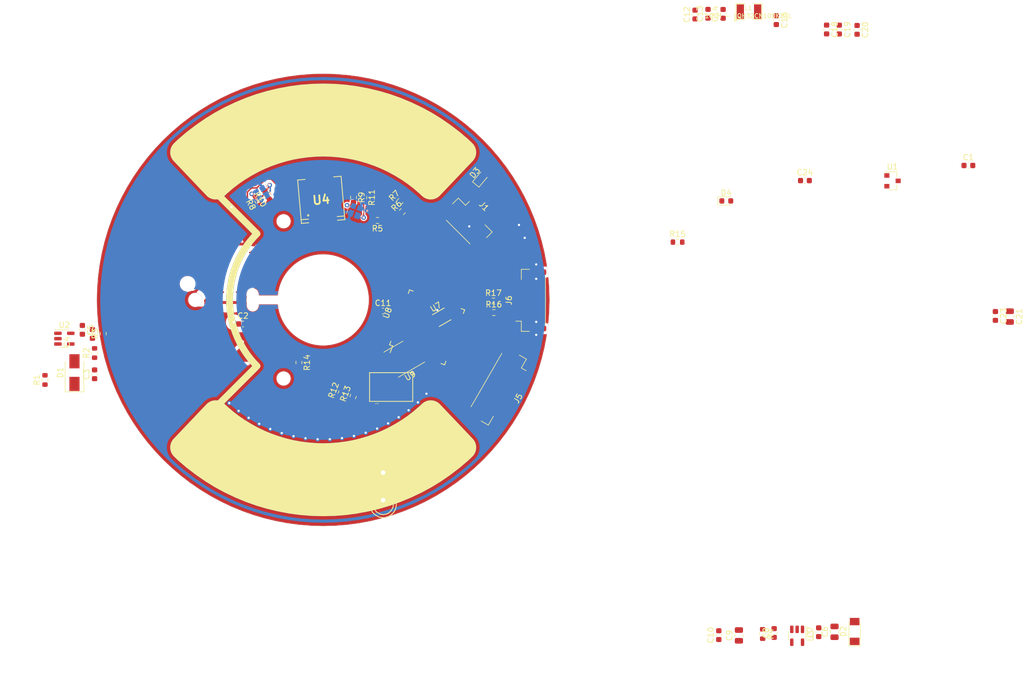
<source format=kicad_pcb>
(kicad_pcb (version 20210424) (generator pcbnew)
  (layers (0 "F.Cu" signal) (31 "B.Cu" signal) (34 "B.Paste" user) (35 "F.Paste" user) (36 "B.SilkS" user "B.Silkscreen") (37 "F.SilkS" user "F.Silkscreen") (38 "B.Mask" user) (39 "F.Mask" user) (44 "Edge.Cuts" user))
  (net 0 "")
  (net 1 "/REF_1V25")
  (net 2 "GND")
  (net 3 "/STATOR")
  (net 4 "Net-(C2-Pad2)")
  (net 5 "Net-(C4-Pad1)")
  (net 6 "/PA0")
  (net 7 "+3.3VP")
  (net 8 "+5V")
  (net 9 "+3V3")
  (net 10 "Net-(C15-Pad1)")
  (net 11 "/CPU/AVCC")
  (net 12 "Net-(C17-Pad1)")
  (net 13 "Net-(C21-Pad1)")
  (net 14 "/CPU/RST#_P")
  (net 15 "Net-(D3-Pad1)")
  (net 16 "Net-(D4-Pad2)")
  (net 17 "/tachometer/SCL")
  (net 18 "/tachometer/SDA")
  (net 19 "/CPU/PB6")
  (net 20 "/CPU/PB7")
  (net 21 "/CPU/PB5")
  (net 22 "/CPU/TIMEPULSE")
  (net 29 "Net-(J6-Pad2)")
  (net 30 "Net-(J6-Pad3)")
  (net 33 "Net-(R5-Pad2)")
  (net 34 "Net-(R8-Pad2)")
  (net 35 "Net-(R9-Pad2)")
  (net 36 "/tachometer/COUNT_1")
  (net 37 "/tachometer/COUNT_2")
  (net 38 "/CPU/PC1")
  (net 39 "/CPU/PC0")
  (net 40 "/CPU/LED")
  (net 41 "/CPU/RX0")
  (net 42 "/CPU/TX0")
  (net 54 "/CPU/COUNT_2")
  (net 63 "/CPU/PA1")
  (net 64 "/CPU/PA0")
  (footprint "Mlab_IO:SOT176-1" (layer "F.Cu") (at 142.1568 74.806 5)
    (fp_text reference "U4")
    (fp_text value "PCF8583" hide)
  )
  (footprint "Resistor_SMD:R_0603_1608Metric" (layer "F.Cu") (at 172.6438 94.742)
    (fp_text reference "R16")
    (fp_text value "33R")
  )
  (footprint "Capacitor_SMD:C_0603_1608Metric" (layer "F.Cu") (at 213.1568 41.923 90)
    (fp_text reference "C14")
    (fp_text value "100nF")
  )
  (footprint "Capacitor_SMD:C_0805_2012Metric" (layer "F.Cu") (at 232.8418 151.191 90)
    (fp_text reference "C6")
    (fp_text value "10uF")
  )
  (footprint "Resistor_SMD:R_0603_1608Metric" (layer "F.Cu") (at 147.856797 74.381001 -90)
    (fp_text reference "R9")
    (fp_text value "100R")
  )
  (footprint "Resistor_SMD:R_0603_1608Metric" (layer "F.Cu") (at 103.6308 98.468 90)
    (fp_text reference "R3")
    (fp_text value "10k")
  )
  (footprint "Resistor_SMD:R_0603_1608Metric" (layer "F.Cu") (at 93.3438 106.658 90)
    (fp_text reference "R1")
    (fp_text value "10M")
  )
  (footprint "LED_SMD:LED_0603_1608Metric" (layer "F.Cu") (at 213.7178 75.002)
    (fp_text reference "D4")
    (fp_text value "RED")
  )
  (footprint "Resistor_SMD:R_0603_1608Metric" (layer "F.Cu") (at 130.9568 74.956 120)
    (fp_text reference "R8")
    (fp_text value "100R")
  )
  (footprint "Capacitor_SMD:C_0603_1608Metric" (layer "F.Cu") (at 212.3948 151.778 90)
    (fp_text reference "C10")
    (fp_text value "100nF")
  )
  (footprint "Resistor_SMD:R_0603_1608Metric" (layer "F.Cu") (at 152.0818 78.456 180)
    (fp_text reference "R5")
    (fp_text value "?")
  )
  (footprint "Capacitor_SMD:C_0805_2012Metric" (layer "F.Cu") (at 215.9508 151.826 90)
    (fp_text reference "C9")
    (fp_text value "10uF")
  )
  (footprint "Capacitor_SMD:C_0805_2012Metric" (layer "F.Cu") (at 263.8044 95.4532 -90)
    (fp_text reference "C21")
    (fp_text value "10uF")
  )
  (footprint "Package_SO:SOIC-8_3.9x4.9mm_P1.27mm" (layer "F.Cu") (at 156.181713 102.987574 -150)
    (fp_text reference "U9")
    (fp_text value "AT24CS64-SSHM")
  )
  (footprint "Resistor_SMD:R_0603_1608Metric" (layer "F.Cu") (at 156.073437 75.089363 45)
    (fp_text reference "R7")
    (fp_text value "10k")
  )
  (footprint "Connector_JST:JST_GH_SM04B-GHS-TB_1x04-1MP_P1.25mm_Horizontal" (layer "F.Cu") (at 168.1568 78.706 -45)
    (fp_text reference "J1")
    (fp_text value "SM04B-GHS-TB")
  )
  (footprint "Capacitor_SMD:C_0603_1608Metric" (layer "F.Cu") (at 233.68 44.704 -90)
    (fp_text reference "C19")
    (fp_text value "100nF")
  )
  (footprint "Capacitor_SMD:C_0603_1608Metric" (layer "F.Cu") (at 149.0726 128.016 180)
    (fp_text reference "C17")
    (fp_text value "100nF")
  )
  (footprint "Mlab_D:Diode-MiniMELF_Standard" (layer "F.Cu") (at 236.3978 151.13 90)
    (fp_text reference "D2")
    (fp_text value "ZENER-6.2V")
  )
  (footprint "Capacitor_SMD:C_0603_1608Metric" (layer "F.Cu") (at 148.9202 122.7328)
    (fp_text reference "C15")
    (fp_text value "100nF")
  )
  (footprint "Mlab_R:SMD-1210" (layer "F.Cu") (at 217.7288 41.529)
    (fp_text reference "L1")
    (fp_text value "10uH - LQH32CN100K23L")
  )
  (footprint "Capacitor_SMD:C_0603_1608Metric" (layer "F.Cu") (at 222.1738 151.397 90)
    (fp_text reference "C8")
    (fp_text value "1uF")
  )
  (footprint "Package_TO_SOT_SMD:SOT-23-5" (layer "F.Cu") (at 226.2378 151.892 -90)
    (fp_text reference "U3")
    (fp_text value "MIC5504-3.3YM5")
  )
  (footprint "Package_TO_SOT_SMD:SOT-23" (layer "F.Cu") (at 243.0878 71.452)
    (fp_text reference "U1")
    (fp_text value "ISL21080DIH312Z-TK  1V25")
  )
  (footprint "Resistor_SMD:R_0603_1608Metric" (layer "F.Cu") (at 132.6068 74.006 120)
    (fp_text reference "R10")
    (fp_text value "4k7")
  )
  (footprint "LED_SMD:LED_0603_1608Metric" (layer "F.Cu") (at 170.400605 70.95926 50)
    (fp_text reference "D3")
    (fp_text value "Green 2mA")
  )
  (footprint "Capacitor_SMD:C_0603_1608Metric" (layer "F.Cu") (at 231.4448 44.691 -90)
    (fp_text reference "C18")
    (fp_text value "100nF")
  )
  (footprint "Package_QFP:TQFP-44_10x10mm_P0.8mm" (layer "F.Cu") (at 160.8568 97.356 70)
    (fp_text reference "U8")
    (fp_text value "ATMEGA1284P-AU")
  )
  (footprint "Capacitor_SMD:C_0603_1608Metric" (layer "F.Cu") (at 101.7258 98.518 90)
    (fp_text reference "C4")
    (fp_text value "1nF")
  )
  (footprint "Resistor_SMD:R_0603_1608Metric" (layer "F.Cu") (at 147.779967 109.587754 70)
    (fp_text reference "R13")
    (fp_text value "10k")
  )
  (footprint "Resistor_SMD:R_0603_1608Metric" (layer "F.Cu") (at 156.473436 76.889364 45)
    (fp_text reference "R6")
    (fp_text value "10k")
  )
  (footprint "Capacitor_SMD:C_0603_1608Metric" (layer "F.Cu") (at 222.5548 43.04 -90)
    (fp_text reference "C16")
    (fp_text value "100nF")
  )
  (footprint "Capacitor_SMD:C_0603_1608Metric" (layer "F.Cu") (at 102.1068 105.656 90)
    (fp_text reference "C3")
    (fp_text value "100nF")
  )
  (footprint "Connector_JST:JST_GH_SM06B-GHS-TB_1x06-1MP_P1.25mm_Horizontal" (layer "F.Cu") (at 179.2108 92.583 90)
    (fp_text reference "J6")
    (fp_text value "SM06B-GHS-TB")
  )
  (footprint "Resistor_SMD:R_0603_1608Metric" (layer "F.Cu") (at 145.691633 108.979246 70)
    (fp_text reference "R12")
    (fp_text value "10k")
  )
  (footprint "Capacitor_SMD:C_0603_1608Metric" (layer "F.Cu") (at 261.2644 95.3386 -90)
    (fp_text reference "C23")
    (fp_text value "100nF")
  )
  (footprint "Package_TO_SOT_SMD:SOT-23-5" (layer "F.Cu") (at 96.7673 99.354)
    (fp_text reference "U2")
    (fp_text value "OPA314")
  )
  (footprint "Mlab_XTAL:Crystal_HC49-U_Vertical" (layer "F.Cu") (at 153.0858 125.476 -90)
    (fp_text reference "Y1")
    (fp_text value "16MHz")
  )
  (footprint "Resistor_SMD:R_0603_1608Metric" (layer "F.Cu") (at 102.1068 101.897 90)
    (fp_text reference "R2")
    (fp_text value "2k2")
  )
  (footprint "Capacitor_SMD:C_0603_1608Metric" (layer "F.Cu") (at 256.4918 68.734)
    (fp_text reference "C1")
    (fp_text value "100nF")
  )
  (footprint "Resistor_SMD:R_0603_1608Metric" (layer "F.Cu") (at 149.6568 74.406 -90)
    (fp_text reference "R11")
    (fp_text value "4k7")
  )
  (footprint "Capacitor_SMD:C_0603_1608Metric" (layer "F.Cu") (at 99.9478 97.795 -90)
    (fp_text reference "C5")
    (fp_text value "100nF")
  )
  (footprint "Capacitor_SMD:C_0603_1608Metric" (layer "F.Cu") (at 236.8296 44.7548 -90)
    (fp_text reference "C20")
    (fp_text value "100nF")
  )
  (footprint "Capacitor_SMD:C_0603_1608Metric" (layer "F.Cu") (at 153.0728 94.488)
    (fp_text reference "C11")
    (fp_text value "100nF")
  )
  (footprint "Capacitor_SMD:C_0603_1608Metric" (layer "F.Cu") (at 128.3318 96.756)
    (fp_text reference "C2")
    (fp_text value "100nF")
  )
  (footprint "Capacitor_SMD:C_0603_1608Metric" (layer "F.Cu") (at 210.4898 41.91 90)
    (fp_text reference "C13")
    (fp_text value "100nF")
  )
  (footprint "Resistor_SMD:R_0603_1608Metric" (layer "F.Cu") (at 172.5808 92.71)
    (fp_text reference "R17")
    (fp_text value "33R")
  )
  (footprint "Resistor_SMD:R_0603_1608Metric" (layer "F.Cu") (at 138.2068 103.581 -90)
    (fp_text reference "R14")
    (fp_text value "10k")
  )
  (footprint "Capacitor_SMD:C_0603_1608Metric" (layer "F.Cu") (at 227.6118 71.404)
    (fp_text reference "C24")
    (fp_text value "100nF")
  )
  (footprint "Resistor_SMD:R_0603_1608Metric" (layer "F.Cu") (at 205.1118 82.284)
    (fp_text reference "R15")
    (fp_text value "2k2")
  )
  (footprint "Capacitor_SMD:C_0603_1608Metric" (layer "F.Cu") (at 230.0478 151.257 90)
    (fp_text reference "C7")
    (fp_text value "1uF")
  )
  (footprint "Resistor_SMD:R_0603_1608Metric" (layer "F.Cu") (at 220.1418 151.575 -90)
    (fp_text reference "R4")
    (fp_text value "100R")
  )
  (footprint "Mlab_Pin_Headers:Straight_2x03" (layer "F.Cu") (at 154.5068 107.906 90)
    (fp_text reference "J4" hide)
    (fp_text value "HEADER_2x03" hide)
  )
  (footprint "Mlab_IO:DFN-8-1EP_2.4x2.4mm_Pitch0.5mm" (layer "F.Cu") (at 163.437409 95.566391 30)
    (fp_text reference "U7")
    (fp_text value "SHT31")
  )
  (footprint "Capacitor_SMD:C_0603_1608Metric" (layer "F.Cu") (at 208.2038 42.05 90)
    (fp_text reference "C12")
    (fp_text value "100nF")
  )
  (footprint "Diode_SMD:D_SMA" (layer "F.Cu") (at 98.5508 105.357 90)
    (fp_text reference "D1")
    (fp_text value "3v3 bipolární")
  )
  (footprint "Connector_JST:JST_GH_SM08B-GHS-TB_1x08-1MP_P1.25mm_Horizontal" (layer "F.Cu") (at 173.5568 107.956 -120)
    (fp_text reference "J5")
    (fp_text value "SM08B-GHS-TB")
  )
  (footprint "Mlab_IO:XDCR_VCNT2020" (layer "B.Cu") (at 148.218536 76.813133 160)
    (fp_text reference "U6" hide)
    (fp_text value "VCNT2020")
  )
  (footprint "Mlab_IO:XDCR_VCNT2020" (layer "B.Cu") (at 131.6568 73.713249 -150)
    (fp_text reference "U5" hide)
    (fp_text value "VCNT2020")
  )
  (gr_poly (pts (xy 144.593147 130.439697) (xy 146.472076 130.291801) (xy 148.340698 130.045806) (xy 150.193878 129.702407) (xy 150.602848 129.615402) (xy 152.435516 129.175399) (xy 154.242599 128.640106) (xy 156.019298 128.011001) (xy 157.760597 127.289703) (xy 158.142501 127.119705) (xy 159.8437 126.308303) (xy 161.5 125.409004) (xy 163.106998 124.424209) (xy 164.660293 123.356704) (xy 164.998497 123.1109) (xy 166.493797 121.9635) (xy 166.935501 121.586303) (xy 166.979797 121.548507) (xy 167.112503 121.435104) (xy 167.333404 121.246505) (xy 167.6417 120.9832) (xy 167.927001 120.739501) (xy 168.025703 120.645805) (xy 168.458099 120.235404) (xy 168.624702 120.077301) (xy 168.904502 119.766601) (xy 169.113601 119.404502) (xy 169.242797 119.006904) (xy 169.286499 118.591003) (xy 169.242797 118.175201) (xy 169.113601 117.777603) (xy 168.904502 117.415504) (xy 168.624702 117.104705) (xy 168.316703 116.780502) (xy 167.791397 116.2276) (xy 167.2005 115.605499) (xy 166.545394 114.916) (xy 165.828201 114.160995) (xy 165.050704 113.342597) (xy 164.214996 112.462898) (xy 163.323501 111.524497) (xy 162.841201 111.016799) (xy 162.502998 110.771099) (xy 162.120998 110.600997) (xy 161.712001 110.514099) (xy 161.293903 110.514099) (xy 160.884902 110.600997) (xy 160.503002 110.771099) (xy 160.164703 111.016799) (xy 159.629703 111.524497) (xy 158.531005 112.462898) (xy 157.550506 113.215301) (xy 156.532005 113.915298) (xy 155.300003 114.670196) (xy 154.030105 115.359703) (xy 152.914703 115.891799) (xy 151.772926 116.3647) (xy 150.410842 116.847) (xy 149.025375 117.2574) (xy 147.823677 117.545898) (xy 146.608535 117.771202) (xy 145.175933 117.9598) (xy 143.735427 118.073104) (xy 142.5 118.105499) (xy 141.264579 118.073097) (xy 139.824069 117.9598) (xy 138.391471 117.771202) (xy 137.17633 117.545898) (xy 135.974632 117.2574) (xy 134.58916 116.847) (xy 133.227081 116.3647) (xy 132.0853 115.891799) (xy 130.9699 115.359695) (xy 129.7 114.670196) (xy 128.468 113.915298) (xy 127.449499 113.215301) (xy 126.468999 112.462898) (xy 125.3703 111.524497) (xy 124.8353 111.016799) (xy 124.628099 110.866302) (xy 130.8213 104.673) (xy 130.8633 104.626399) (xy 130.894699 104.572097) (xy 130.907199 104.533401) (xy 130.9361 104.520599) (xy 130.986799 104.483699) (xy 131.057399 104.412902) (xy 131.0993 104.366302) (xy 131.130699 104.312) (xy 131.1501 104.2523) (xy 131.1566 104.189899) (xy 131.1501 104.127601) (xy 131.130699 104.067901) (xy 131.0993 104.013599) (xy 131.057399 103.966999) (xy 131.0335 103.944297) (xy 130.460399 103.340499) (xy 129.919799 102.7075) (xy 129.393899 102.022121) (xy 128.9046 101.310211) (xy 128.469699 100.60041) (xy 128.0725 99.86882) (xy 127.700599 99.08913) (xy 127.37 98.291049) (xy 127.0921 97.506328) (xy 126.855699 96.708141) (xy 126.653999 95.868171) (xy 126.496599 95.018798) (xy 126.387899 94.193439) (xy 126.322599 93.363544) (xy 126.299999 92.5) (xy 126.322599 91.636455) (xy 126.387899 90.80656) (xy 126.496599 89.981201) (xy 126.653999 89.131828) (xy 126.855699 88.291858) (xy 127.0921 87.493671) (xy 127.37 86.70895) (xy 127.700599 85.910869) (xy 128.0725 85.131179) (xy 128.469699 84.399589) (xy 128.9046 83.689788) (xy 129.393899 82.977878) (xy 129.919799 82.292499) (xy 130.460399 81.6595) (xy 131.0335 81.0557) (xy 131.057399 81.033) (xy 131.0993 80.9864) (xy 131.130699 80.9321) (xy 131.1501 80.8724) (xy 131.1566 80.8101) (xy 131.1501 80.747699) (xy 131.130699 80.687999) (xy 131.1117 80.6552) (xy 131.1068 80.639999) (xy 131.075399 80.5857) (xy 131.0335 80.5391) (xy 124.628101 74.133701) (xy 124.8353 73.9832) (xy 125.3703 73.4755) (xy 126.468999 72.537099) (xy 127.449501 71.7847) (xy 128.468 71.084699) (xy 129.7 70.329799) (xy 130.9699 69.640298) (xy 132.0853 69.108198) (xy 133.227081 68.635297) (xy 134.58916 68.152997) (xy 135.974632 67.742597) (xy 137.17633 67.454097) (xy 138.391471 67.228797) (xy 139.824069 67.040197) (xy 141.264579 66.926897) (xy 142.5 66.894496) (xy 143.73542 66.926897) (xy 145.17593 67.040197) (xy 146.608528 67.228797) (xy 147.823669 67.454097) (xy 149.025367 67.742597) (xy 150.410839 68.152997) (xy 151.772918 68.635297) (xy 152.914699 69.108198) (xy 154.030097 69.640298) (xy 155.299999 70.329799) (xy 156.531997 71.084699) (xy 157.550498 71.7847) (xy 158.530998 72.537101) (xy 159.629699 73.475502) (xy 160.164699 73.9832) (xy 160.502998 74.2289) (xy 160.884899 74.399002) (xy 161.293899 74.4859) (xy 161.711997 74.4859) (xy 162.120998 74.399002) (xy 162.502998 74.2289) (xy 162.841197 73.9832) (xy 163.323497 73.475502) (xy 164.214996 72.537101) (xy 165.050697 71.6574) (xy 165.828201 70.839) (xy 166.545394 70.084001) (xy 167.2005 69.3945) (xy 167.791397 68.772399) (xy 168.316696 68.219499) (xy 168.624694 67.895299) (xy 168.904495 67.584499) (xy 169.113601 67.222398) (xy 169.242797 66.824798) (xy 169.286499 66.408998) (xy 169.242797 65.993099) (xy 169.113601 65.595499) (xy 168.904495 65.233398) (xy 168.624694 64.922698) (xy 168.458099 64.764598) (xy 168.025695 64.354198) (xy 167.927001 64.260498) (xy 167.641693 64.016798) (xy 167.333396 63.753498) (xy 167.112495 63.564897) (xy 166.979797 63.451498) (xy 166.935493 63.413698) (xy 166.493789 63.036499) (xy 164.998489 61.889099) (xy 164.660293 61.643299) (xy 163.106994 60.575799) (xy 161.499996 59.590999) (xy 159.843696 58.691699) (xy 158.142494 57.8803) (xy 157.760597 57.7103) (xy 156.019294 56.989) (xy 154.242595 56.359899) (xy 152.435516 55.8246) (xy 150.602844 55.384601) (xy 150.193878 55.297599) (xy 148.340698 54.9542) (xy 146.472076 54.708202) (xy 144.593147 54.560302) (xy 142.709053 54.511001) (xy 142.290939 54.511001) (xy 140.406845 54.560302) (xy 138.527915 54.708202) (xy 136.659297 54.9542) (xy 134.806118 55.297599) (xy 134.397148 55.384601) (xy 132.564476 55.8246) (xy 130.757396 56.359899) (xy 128.980697 56.989) (xy 127.239397 57.7103) (xy 126.857496 57.8803) (xy 125.156297 58.691699) (xy 123.499996 59.590999) (xy 121.892997 60.575799) (xy 120.339696 61.643299) (xy 120.001497 61.889099) (xy 118.506196 63.036499) (xy 118.064496 63.413698) (xy 118.020196 63.451498) (xy 117.887496 63.564897) (xy 117.666597 63.753498) (xy 117.358297 64.016798) (xy 117.072998 64.260498) (xy 116.974296 64.354198) (xy 116.541896 64.764598) (xy 116.375297 64.922698) (xy 116.095497 65.233398) (xy 115.886397 65.595499) (xy 115.757197 65.993099) (xy 115.713497 66.408998) (xy 115.757197 66.824798) (xy 115.886397 67.222398) (xy 116.095497 67.584499) (xy 116.375297 67.895299) (xy 116.683296 68.219499) (xy 117.208597 68.772399) (xy 117.799497 69.3945) (xy 118.454597 70.084001) (xy 119.171796 70.839) (xy 119.949296 71.6574) (xy 120.784997 72.537099) (xy 121.676498 73.4755) (xy 122.158798 73.9832) (xy 122.496997 74.2289) (xy 122.878997 74.399) (xy 123.287998 74.4859) (xy 123.706096 74.4859) (xy 123.941497 74.435899) (xy 130.309797 80.8041) (xy 129.963096 81.169498) (xy 129.921096 81.216098) (xy 129.863897 81.282999) (xy 129.356697 81.876899) (xy 129.308397 81.939899) (xy 128.827596 82.566429) (xy 128.787197 82.625209) (xy 128.335397 83.282661) (xy 128.301996 83.33712) (xy 127.881296 84.02367) (xy 127.849897 84.07798) (xy 127.822797 84.127979) (xy 127.435195 84.841739) (xy 127.413597 84.887138) (xy 127.061096 85.626152) (xy 127.044197 85.666831) (xy 126.728496 86.429069) (xy 126.715797 86.464908) (xy 126.438396 87.248298) (xy 126.418996 87.307949) (xy 126.409896 87.338851) (xy 126.172197 88.141231) (xy 126.165996 88.16711) (xy 125.969297 88.986289) (xy 125.965496 89.00708) (xy 125.810897 89.84082) (xy 125.808897 89.85646) (xy 125.697496 90.702449) (xy 125.690896 90.764831) (xy 125.690097 90.775279) (xy 125.622797 91.631225) (xy 125.622596 91.636455) (xy 125.6 92.5) (xy 125.6226 93.363544) (xy 125.6228 93.368774) (xy 125.690099 94.224716) (xy 125.6909 94.235168) (xy 125.6975 94.297546) (xy 125.8089 95.143535) (xy 125.810899 95.159175) (xy 125.965499 95.992916) (xy 125.969299 96.013706) (xy 126.166 96.832885) (xy 126.172199 96.858768) (xy 126.4099 97.661148) (xy 126.419 97.692047) (xy 126.4384 97.751697) (xy 126.715799 98.535087) (xy 126.7285 98.570926) (xy 127.0442 99.333168) (xy 127.0611 99.373847) (xy 127.4136 100.112857) (xy 127.435199 100.158256) (xy 127.822799 100.872016) (xy 127.849899 100.922019) (xy 127.881299 100.976325) (xy 128.302 101.662879) (xy 128.335399 101.717338) (xy 128.7872 102.374786) (xy 128.8276 102.433567) (xy 129.308401 103.060096) (xy 129.3567 103.123096) (xy 129.863901 103.716995) (xy 129.9211 103.783897) (xy 129.9631 103.830497) (xy 130.309801 104.195896) (xy 123.941499 110.564094) (xy 123.7061 110.514099) (xy 123.288 110.514099) (xy 122.878999 110.600997) (xy 122.496999 110.771095) (xy 122.1588 111.016799) (xy 121.6765 111.524497) (xy 120.784999 112.462898) (xy 119.9493 113.342597) (xy 119.1718 114.160995) (xy 118.454601 114.916) (xy 117.799499 115.605499) (xy 117.208599 116.2276) (xy 116.6833 116.780502) (xy 116.375301 117.104698) (xy 116.0955 117.415496) (xy 115.8864 117.777603) (xy 115.7572 118.175201) (xy 115.7135 118.591003) (xy 115.7572 119.006896) (xy 115.8864 119.404495) (xy 116.0955 119.766601) (xy 116.375301 120.077301) (xy 116.5419 120.235397) (xy 116.9743 120.645797) (xy 117.072999 120.739501) (xy 117.358299 120.9832) (xy 117.666599 121.246505) (xy 117.8875 121.435104) (xy 118.020198 121.5485) (xy 118.064498 121.586303) (xy 118.506198 121.9635) (xy 120.001499 123.1109) (xy 120.3397 123.356704) (xy 121.892999 124.424201) (xy 123.5 125.408996) (xy 125.156299 126.308303) (xy 126.8575 127.119705) (xy 127.2394 127.289703) (xy 128.980699 128.011001) (xy 130.7574 128.640098) (xy 132.564479 129.175399) (xy 134.397148 129.615402) (xy 134.806121 129.7024) (xy 136.659301 130.045799) (xy 138.527919 130.291793) (xy 140.406848 130.439697) (xy 142.290943 130.488998) (xy 142.709056 130.488998) (xy 144.593147 130.439697)) (layer "B.Cu") (width 0.5) (fill solid))
  (gr_poly (pts (xy 144.593147 130.439697) (xy 146.472076 130.291801) (xy 148.340698 130.045806) (xy 150.193878 129.702407) (xy 150.602848 129.615402) (xy 152.435516 129.175399) (xy 154.242599 128.640106) (xy 156.019298 128.011001) (xy 157.760597 127.289703) (xy 158.142501 127.119705) (xy 159.8437 126.308303) (xy 161.5 125.409004) (xy 163.106998 124.424209) (xy 164.660293 123.356704) (xy 164.998497 123.1109) (xy 166.493797 121.9635) (xy 166.935501 121.586303) (xy 166.979797 121.548507) (xy 167.112503 121.435104) (xy 167.333404 121.246505) (xy 167.6417 120.9832) (xy 167.927001 120.739501) (xy 168.025703 120.645805) (xy 168.458099 120.235404) (xy 168.624702 120.077301) (xy 168.904502 119.766601) (xy 169.113601 119.404502) (xy 169.242797 119.006904) (xy 169.286499 118.591003) (xy 169.242797 118.175201) (xy 169.113601 117.777603) (xy 168.904502 117.415504) (xy 168.624702 117.104705) (xy 168.316703 116.780502) (xy 167.791397 116.2276) (xy 167.2005 115.605499) (xy 166.545394 114.916) (xy 165.828201 114.160995) (xy 165.050704 113.342597) (xy 164.214996 112.462898) (xy 163.323501 111.524497) (xy 162.841201 111.016799) (xy 162.502998 110.771099) (xy 162.120998 110.600997) (xy 161.712001 110.514099) (xy 161.293903 110.514099) (xy 160.884902 110.600997) (xy 160.503002 110.771099) (xy 160.164703 111.016799) (xy 159.629703 111.524497) (xy 158.531005 112.462898) (xy 157.550506 113.215301) (xy 156.532005 113.915298) (xy 155.300003 114.670196) (xy 154.030105 115.359703) (xy 152.914703 115.891799) (xy 151.772926 116.3647) (xy 150.410842 116.847) (xy 149.025375 117.2574) (xy 147.823677 117.545898) (xy 146.608535 117.771202) (xy 145.175933 117.9598) (xy 143.735427 118.073104) (xy 142.5 118.105499) (xy 141.264579 118.073097) (xy 139.824069 117.9598) (xy 138.391471 117.771202) (xy 137.17633 117.545898) (xy 135.974632 117.2574) (xy 134.58916 116.847) (xy 133.227081 116.3647) (xy 132.0853 115.891799) (xy 130.9699 115.359695) (xy 129.7 114.670196) (xy 128.468 113.915298) (xy 127.449499 113.215301) (xy 126.468999 112.462898) (xy 125.3703 111.524497) (xy 124.8353 111.016799) (xy 124.628099 110.866302) (xy 130.8213 104.673) (xy 130.8633 104.626399) (xy 130.894699 104.572097) (xy 130.907199 104.533401) (xy 130.9361 104.520599) (xy 130.986799 104.483699) (xy 131.057399 104.412902) (xy 131.0993 104.366302) (xy 131.130699 104.312) (xy 131.1501 104.2523) (xy 131.1566 104.189899) (xy 131.1501 104.127601) (xy 131.130699 104.067901) (xy 131.0993 104.013599) (xy 131.057399 103.966999) (xy 131.0335 103.944297) (xy 130.460399 103.340499) (xy 129.919799 102.7075) (xy 129.393899 102.022121) (xy 128.9046 101.310211) (xy 128.469699 100.60041) (xy 128.0725 99.86882) (xy 127.700599 99.08913) (xy 127.37 98.291049) (xy 127.0921 97.506328) (xy 126.855699 96.708141) (xy 126.653999 95.868171) (xy 126.496599 95.018798) (xy 126.387899 94.193439) (xy 126.322599 93.363544) (xy 126.299999 92.5) (xy 126.322599 91.636455) (xy 126.387899 90.80656) (xy 126.496599 89.981201) (xy 126.653999 89.131828) (xy 126.855699 88.291858) (xy 127.0921 87.493671) (xy 127.37 86.70895) (xy 127.700599 85.910869) (xy 128.0725 85.131179) (xy 128.469699 84.399589) (xy 128.9046 83.689788) (xy 129.393899 82.977878) (xy 129.919799 82.292499) (xy 130.460399 81.6595) (xy 131.0335 81.0557) (xy 131.057399 81.033) (xy 131.0993 80.9864) (xy 131.130699 80.9321) (xy 131.1501 80.8724) (xy 131.1566 80.8101) (xy 131.1501 80.747699) (xy 131.130699 80.687999) (xy 131.1117 80.6552) (xy 131.1068 80.639999) (xy 131.075399 80.5857) (xy 131.0335 80.5391) (xy 124.628101 74.133701) (xy 124.8353 73.9832) (xy 125.3703 73.4755) (xy 126.468999 72.537099) (xy 127.449501 71.7847) (xy 128.468 71.084699) (xy 129.7 70.329799) (xy 130.9699 69.640298) (xy 132.0853 69.108198) (xy 133.227081 68.635297) (xy 134.58916 68.152997) (xy 135.974632 67.742597) (xy 137.17633 67.454097) (xy 138.391471 67.228797) (xy 139.824069 67.040197) (xy 141.264579 66.926897) (xy 142.5 66.894496) (xy 143.73542 66.926897) (xy 145.17593 67.040197) (xy 146.608528 67.228797) (xy 147.823669 67.454097) (xy 149.025367 67.742597) (xy 150.410839 68.152997) (xy 151.772918 68.635297) (xy 152.914699 69.108198) (xy 154.030097 69.640298) (xy 155.299999 70.329799) (xy 156.531997 71.084699) (xy 157.550498 71.7847) (xy 158.530998 72.537101) (xy 159.629699 73.475502) (xy 160.164699 73.9832) (xy 160.502998 74.2289) (xy 160.884899 74.399002) (xy 161.293899 74.4859) (xy 161.711997 74.4859) (xy 162.120998 74.399002) (xy 162.502998 74.2289) (xy 162.841197 73.9832) (xy 163.323497 73.475502) (xy 164.214996 72.537101) (xy 165.050697 71.6574) (xy 165.828201 70.839) (xy 166.545394 70.084001) (xy 167.2005 69.3945) (xy 167.791397 68.772399) (xy 168.316696 68.219499) (xy 168.624694 67.895299) (xy 168.904495 67.584499) (xy 169.113601 67.222398) (xy 169.242797 66.824798) (xy 169.286499 66.408998) (xy 169.242797 65.993099) (xy 169.113601 65.595499) (xy 168.904495 65.233398) (xy 168.624694 64.922698) (xy 168.458099 64.764598) (xy 168.025695 64.354198) (xy 167.927001 64.260498) (xy 167.641693 64.016798) (xy 167.333396 63.753498) (xy 167.112495 63.564897) (xy 166.979797 63.451498) (xy 166.935493 63.413698) (xy 166.493789 63.036499) (xy 164.998489 61.889099) (xy 164.660293 61.643299) (xy 163.106994 60.575799) (xy 161.499996 59.590999) (xy 159.843696 58.691699) (xy 158.142494 57.8803) (xy 157.760597 57.7103) (xy 156.019294 56.989) (xy 154.242595 56.359899) (xy 152.435516 55.8246) (xy 150.602844 55.384601) (xy 150.193878 55.297599) (xy 148.340698 54.9542) (xy 146.472076 54.708202) (xy 144.593147 54.560302) (xy 142.709053 54.511001) (xy 142.290939 54.511001) (xy 140.406845 54.560302) (xy 138.527915 54.708202) (xy 136.659297 54.9542) (xy 134.806118 55.297599) (xy 134.397148 55.384601) (xy 132.564476 55.8246) (xy 130.757396 56.359899) (xy 128.980697 56.989) (xy 127.239397 57.7103) (xy 126.857496 57.8803) (xy 125.156297 58.691699) (xy 123.499996 59.590999) (xy 121.892997 60.575799) (xy 120.339696 61.643299) (xy 120.001497 61.889099) (xy 118.506196 63.036499) (xy 118.064496 63.413698) (xy 118.020196 63.451498) (xy 117.887496 63.564897) (xy 117.666597 63.753498) (xy 117.358297 64.016798) (xy 117.072998 64.260498) (xy 116.974296 64.354198) (xy 116.541896 64.764598) (xy 116.375297 64.922698) (xy 116.095497 65.233398) (xy 115.886397 65.595499) (xy 115.757197 65.993099) (xy 115.713497 66.408998) (xy 115.757197 66.824798) (xy 115.886397 67.222398) (xy 116.095497 67.584499) (xy 116.375297 67.895299) (xy 116.683296 68.219499) (xy 117.208597 68.772399) (xy 117.799497 69.3945) (xy 118.454597 70.084001) (xy 119.171796 70.839) (xy 119.949296 71.6574) (xy 120.784997 72.537099) (xy 121.676498 73.4755) (xy 122.158798 73.9832) (xy 122.496997 74.2289) (xy 122.878997 74.399) (xy 123.287998 74.4859) (xy 123.706096 74.4859) (xy 123.941497 74.435899) (xy 130.309797 80.8041) (xy 129.963096 81.169498) (xy 129.921096 81.216098) (xy 129.863897 81.282999) (xy 129.356697 81.876899) (xy 129.308397 81.939899) (xy 128.827596 82.566429) (xy 128.787197 82.625209) (xy 128.335397 83.282661) (xy 128.301996 83.33712) (xy 127.881296 84.02367) (xy 127.849897 84.07798) (xy 127.822797 84.127979) (xy 127.435195 84.841739) (xy 127.413597 84.887138) (xy 127.061096 85.626152) (xy 127.044197 85.666831) (xy 126.728496 86.429069) (xy 126.715797 86.464908) (xy 126.438396 87.248298) (xy 126.418996 87.307949) (xy 126.409896 87.338851) (xy 126.172197 88.141231) (xy 126.165996 88.16711) (xy 125.969297 88.986289) (xy 125.965496 89.00708) (xy 125.810897 89.84082) (xy 125.808897 89.85646) (xy 125.697496 90.702449) (xy 125.690896 90.764831) (xy 125.690097 90.775279) (xy 125.622797 91.631225) (xy 125.622596 91.636455) (xy 125.6 92.5) (xy 125.6226 93.363544) (xy 125.6228 93.368774) (xy 125.690099 94.224716) (xy 125.6909 94.235168) (xy 125.6975 94.297546) (xy 125.8089 95.143535) (xy 125.810899 95.159175) (xy 125.965499 95.992916) (xy 125.969299 96.013706) (xy 126.166 96.832885) (xy 126.172199 96.858768) (xy 126.4099 97.661148) (xy 126.419 97.692047) (xy 126.4384 97.751697) (xy 126.715799 98.535087) (xy 126.7285 98.570926) (xy 127.0442 99.333168) (xy 127.0611 99.373847) (xy 127.4136 100.112857) (xy 127.435199 100.158256) (xy 127.822799 100.872016) (xy 127.849899 100.922019) (xy 127.881299 100.976325) (xy 128.302 101.662879) (xy 128.335399 101.717338) (xy 128.7872 102.374786) (xy 128.8276 102.433567) (xy 129.308401 103.060096) (xy 129.3567 103.123096) (xy 129.863901 103.716995) (xy 129.9211 103.783897) (xy 129.9631 103.830497) (xy 130.309801 104.195896) (xy 123.941499 110.564094) (xy 123.7061 110.514099) (xy 123.288 110.514099) (xy 122.878999 110.600997) (xy 122.496999 110.771095) (xy 122.1588 111.016799) (xy 121.6765 111.524497) (xy 120.784999 112.462898) (xy 119.9493 113.342597) (xy 119.1718 114.160995) (xy 118.454601 114.916) (xy 117.799499 115.605499) (xy 117.208599 116.2276) (xy 116.6833 116.780502) (xy 116.375301 117.104698) (xy 116.0955 117.415496) (xy 115.8864 117.777603) (xy 115.7572 118.175201) (xy 115.7135 118.591003) (xy 115.7572 119.006896) (xy 115.8864 119.404495) (xy 116.0955 119.766601) (xy 116.375301 120.077301) (xy 116.5419 120.235397) (xy 116.9743 120.645797) (xy 117.072999 120.739501) (xy 117.358299 120.9832) (xy 117.666599 121.246505) (xy 117.8875 121.435104) (xy 118.020198 121.5485) (xy 118.064498 121.586303) (xy 118.506198 121.9635) (xy 120.001499 123.1109) (xy 120.3397 123.356704) (xy 121.892999 124.424201) (xy 123.5 125.408996) (xy 125.156299 126.308303) (xy 126.8575 127.119705) (xy 127.2394 127.289703) (xy 128.980699 128.011001) (xy 130.7574 128.640098) (xy 132.564479 129.175399) (xy 134.397148 129.615402) (xy 134.806121 129.7024) (xy 136.659301 130.045799) (xy 138.527919 130.291793) (xy 140.406848 130.439697) (xy 142.290943 130.488998) (xy 142.709056 130.488998) (xy 144.593147 130.439697)) (layer "F.SilkS") (width 0.5) (fill solid))
  (gr_poly (pts (xy 119.5137 93.688819) (xy 119.1653 93.511268) (xy 118.8887 93.234729) (xy 118.7112 92.886272) (xy 118.649999 92.5) (xy 118.7112 92.113727) (xy 118.8887 91.76527) (xy 119.1653 91.488731) (xy 119.5137 91.31118) (xy 119.899999 91.25) (xy 120.286298 91.31118) (xy 120.634698 91.488731) (xy 120.911298 91.76527) (xy 121.088798 92.113727) (xy 121.149999 92.5) (xy 121.0888 92.886272) (xy 120.9113 93.234729) (xy 120.6347 93.511268) (xy 120.2863 93.688819) (xy 119.899999 93.75) (xy 119.5137 93.688819)) (layer "Edge.Cuts") (width 0.05) (fill none))
  (gr_poly (pts (xy 135.113731 79.788803) (xy 134.76527 79.611303) (xy 134.488731 79.334703) (xy 134.31118 78.986303) (xy 134.25 78.6) (xy 134.31118 78.213699) (xy 134.488731 77.865299) (xy 134.76527 77.588699) (xy 135.113731 77.411201) (xy 135.5 77.35) (xy 135.886268 77.411201) (xy 136.234729 77.588699) (xy 136.511268 77.865299) (xy 136.688819 78.213699) (xy 136.75 78.6) (xy 136.688819 78.986301) (xy 136.511268 79.334701) (xy 136.234729 79.611301) (xy 135.886268 79.788799) (xy 135.5 79.85) (xy 135.113731 79.788803)) (layer "Edge.Cuts") (width 0.05) (fill none))
  (gr_poly (pts (xy 135.113731 107.588798) (xy 134.76527 107.4113) (xy 134.488731 107.1347) (xy 134.31118 106.7863) (xy 134.25 106.400001) (xy 134.31118 106.013702) (xy 134.488731 105.665298) (xy 134.76527 105.388698) (xy 135.113731 105.2112) (xy 135.5 105.150001) (xy 135.886268 105.2112) (xy 136.234729 105.388698) (xy 136.511268 105.665298) (xy 136.688819 106.013698) (xy 136.75 106.400001) (xy 136.688819 106.7863) (xy 136.511268 107.1347) (xy 136.234729 107.4113) (xy 135.886268 107.588798) (xy 135.5 107.650001) (xy 135.113731 107.588798)) (layer "Edge.Cuts") (width 0.05) (fill none))
  (gr_poly (pts (xy 142.078697 100.53897) (xy 141.658546 100.505901) (xy 141.240699 100.450889) (xy 140.826309 100.374092) (xy 140.416511 100.275699) (xy 140.012409 100.155998) (xy 139.615139 100.015319) (xy 139.225769 99.854042) (xy 138.845378 99.672599) (xy 138.474998 99.4715) (xy 138.115661 99.2513) (xy 137.768329 99.012588) (xy 137.433971 98.756019) (xy 137.113498 98.482318) (xy 136.807788 98.192211) (xy 136.517681 97.886501) (xy 136.24398 97.566028) (xy 135.987411 97.23167) (xy 135.748699 96.884338) (xy 135.528499 96.525001) (xy 135.3274 96.154621) (xy 135.145957 95.77423) (xy 134.98468 95.38486) (xy 134.844001 94.98759) (xy 134.7243 94.583488) (xy 134.625907 94.17369) (xy 134.54911 93.7593) (xy 134.494098 93.341453) (xy 134.488868 93.275001) (xy 131.1 93.275001) (xy 131.1 93.5) (xy 131.048599 93.82447) (xy 130.899499 94.117168) (xy 130.6672 94.349472) (xy 130.3745 94.498611) (xy 130.049999 94.549999) (xy 129.7255 94.498611) (xy 129.4328 94.349472) (xy 129.2005 94.117168) (xy 129.051399 93.82447) (xy 129 93.5) (xy 129 91.5) (xy 129.051399 91.175529) (xy 129.2005 90.882831) (xy 129.4328 90.650531) (xy 129.7255 90.501388) (xy 130.049999 90.45) (xy 130.3745 90.501388) (xy 130.6672 90.650531) (xy 130.899499 90.882831) (xy 131.048599 91.175529) (xy 131.1 91.5) (xy 131.1 91.724998) (xy 134.488868 91.724998) (xy 134.494098 91.658546) (xy 134.54911 91.240699) (xy 134.625907 90.826309) (xy 134.7243 90.416511) (xy 134.844001 90.012409) (xy 134.98468 89.615139) (xy 135.145957 89.225769) (xy 135.3274 88.845378) (xy 135.528499 88.474998) (xy 135.748699 88.115661) (xy 135.987411 87.768329) (xy 136.24398 87.433971) (xy 136.517681 87.113498) (xy 136.807788 86.807788) (xy 137.113498 86.517681) (xy 137.433971 86.24398) (xy 137.768329 85.987411) (xy 138.115661 85.748699) (xy 138.474998 85.528499) (xy 138.845378 85.3274) (xy 139.225769 85.145957) (xy 139.615139 84.98468) (xy 140.012409 84.844001) (xy 140.416511 84.7243) (xy 140.826309 84.625907) (xy 141.240699 84.54911) (xy 141.658546 84.494098) (xy 142.078697 84.461029) (xy 142.5 84.45) (xy 142.921302 84.461029) (xy 143.341453 84.494098) (xy 143.7593 84.54911) (xy 144.17369 84.625907) (xy 144.583488 84.7243) (xy 144.98759 84.844001) (xy 145.38486 84.98468) (xy 145.77423 85.145957) (xy 146.154621 85.3274) (xy 146.525001 85.528499) (xy 146.884338 85.748699) (xy 147.23167 85.987411) (xy 147.566032 86.24398) (xy 147.886501 86.517681) (xy 148.192211 86.807788) (xy 148.482318 87.113498) (xy 148.756019 87.433971) (xy 149.012588 87.768329) (xy 149.2513 88.115661) (xy 149.4715 88.474998) (xy 149.672599 88.845378) (xy 149.854042 89.225769) (xy 150.015319 89.615139) (xy 150.155998 90.012409) (xy 150.275699 90.416511) (xy 150.374092 90.826309) (xy 150.450889 91.240699) (xy 150.505901 91.658546) (xy 150.53897 92.078697) (xy 150.549999 92.5) (xy 150.53897 92.921302) (xy 150.505901 93.341453) (xy 150.450889 93.7593) (xy 150.374092 94.17369) (xy 150.275699 94.583488) (xy 150.155998 94.98759) (xy 150.015319 95.38486) (xy 149.854042 95.77423) (xy 149.672599 96.154621) (xy 149.4715 96.525001) (xy 149.2513 96.884338) (xy 149.012588 97.23167) (xy 148.756019 97.566028) (xy 148.482318 97.886501) (xy 148.192211 98.192211) (xy 147.886501 98.482318) (xy 147.566028 98.756019) (xy 147.23167 99.012588) (xy 146.884338 99.2513) (xy 146.525001 99.4715) (xy 146.154621 99.672599) (xy 145.77423 99.854042) (xy 145.38486 100.015319) (xy 144.98759 100.155998) (xy 144.583488 100.275699) (xy 144.17369 100.374092) (xy 143.7593 100.450889) (xy 143.341453 100.505901) (xy 142.921302 100.53897) (xy 142.5 100.549999) (xy 142.078697 100.53897)) (layer "Edge.Cuts") (width 0.05) (fill none))
  (gr_poly (pts (xy 144.593441 132.445205) (xy 146.68114 132.280899) (xy 148.757377 132.007507) (xy 150.816467 131.6259) (xy 152.852798 131.137008) (xy 154.860698 130.542304) (xy 156.834701 129.8432) (xy 158.7695 129.041809) (xy 160.659599 128.140304) (xy 162.5 127.141006) (xy 164.285598 126.046806) (xy 166.011398 124.860702) (xy 167.672798 123.585807) (xy 169.265197 122.225807) (xy 170.784301 120.784309) (xy 172.225799 119.265205) (xy 173.5858 117.672805) (xy 174.860702 116.011405) (xy 176.046798 114.285606) (xy 177.140998 112.500007) (xy 178.140296 110.659606) (xy 179.041793 108.769508) (xy 179.8432 106.834709) (xy 180.542297 104.860706) (xy 181.136993 102.852806) (xy 181.6259 100.816474) (xy 182.007492 98.757385) (xy 182.280899 96.681148) (xy 182.44519 94.593448) (xy 182.5 92.5) (xy 182.445205 90.406558) (xy 182.280899 88.318859) (xy 182.007499 86.242618) (xy 181.6259 84.183528) (xy 181.137001 82.147201) (xy 180.542297 80.139301) (xy 179.8432 78.1653) (xy 179.041801 76.230499) (xy 178.140304 74.3404) (xy 177.140998 72.5) (xy 176.046798 70.714399) (xy 174.860702 68.988599) (xy 173.5858 67.327199) (xy 172.225799 65.7348) (xy 170.784301 64.2157) (xy 169.265197 62.7742) (xy 167.672798 61.414199) (xy 166.011398 60.139299) (xy 164.285598 58.953199) (xy 162.5 57.859001) (xy 160.659599 56.859703) (xy 158.7695 55.958202) (xy 156.834701 55.156803) (xy 154.860698 54.457702) (xy 152.852798 53.863002) (xy 150.816467 53.374103) (xy 148.757377 52.992504) (xy 146.68114 52.719104) (xy 144.593441 52.554805) (xy 142.5 52.5) (xy 140.406558 52.554798) (xy 138.318859 52.719097) (xy 136.242618 52.992496) (xy 134.183528 53.374095) (xy 132.147201 53.862995) (xy 130.139299 54.457695) (xy 128.165298 55.156795) (xy 126.230499 55.958194) (xy 124.340398 56.859695) (xy 122.499998 57.858993) (xy 120.714397 58.953193) (xy 118.988597 60.139293) (xy 117.327198 61.414194) (xy 115.734798 62.774194) (xy 114.215698 64.215694) (xy 112.774198 65.734794) (xy 111.414197 67.327194) (xy 110.139297 68.988594) (xy 108.953197 70.714393) (xy 107.858997 72.499994) (xy 106.859695 74.340393) (xy 105.958194 76.230493) (xy 105.156795 78.165294) (xy 104.457695 80.139293) (xy 103.862995 82.147193) (xy 103.374095 84.183525) (xy 102.992496 86.242614) (xy 102.719097 88.318855) (xy 102.554798 90.406555) (xy 102.5 92.5) (xy 102.554798 94.593441) (xy 102.719097 96.68114) (xy 102.992496 98.757377) (xy 103.374095 100.816467) (xy 103.862995 102.852798) (xy 104.457695 104.860698) (xy 105.156795 106.834701) (xy 105.958194 108.7695) (xy 106.859695 110.659599) (xy 107.858993 112.5) (xy 108.953193 114.285598) (xy 110.139293 116.011398) (xy 111.414194 117.672798) (xy 112.774194 119.265197) (xy 114.215694 120.784301) (xy 115.734794 122.225799) (xy 117.327194 123.5858) (xy 118.988594 124.860702) (xy 120.714393 126.046798) (xy 122.499994 127.140998) (xy 124.340393 128.140296) (xy 126.230493 129.041793) (xy 128.165294 129.8432) (xy 130.139293 130.542297) (xy 132.147193 131.136993) (xy 134.183525 131.6259) (xy 136.242614 132.007492) (xy 138.318855 132.280899) (xy 140.406555 132.44519) (xy 142.5 132.5) (xy 144.593441 132.445205)) (layer "Edge.Cuts") (width 0.05) (fill none))
  (segment (start 170.008451 79.506) (end 168.3068 79.506) (width 0.2) (layer "F.Cu") (net 2))
  (segment (start 170.790773 78.723678) (end 170.008451 79.506) (width 0.2) (layer "F.Cu") (net 2))
  (segment (start 162.787241 95.139833) (end 163.151249 95.503841) (width 0.25) (layer "F.Cu") (net 2))
  (via (at 150.003667 115.991267) (size 0.8) (drill 0.4) (layers "F.Cu" "B.Cu") (net 2))
  (via (at 141.516655 117.140975) (size 0.8) (drill 0.4) (layers "F.Cu" "B.Cu") (net 2))
  (via (at 168.3068 79.506) (size 0.8) (drill 0.4) (layers "F.Cu" "B.Cu") (net 2))
  (via (at 125.9078 110.744) (size 0.8) (drill 0.4) (layers "F.Cu" "B.Cu") (net 2))
  (via (at 177.0888 79.248) (size 0.8) (drill 0.4) (layers "F.Cu" "B.Cu") (net 2))
  (via (at 135.172608 116.046846) (size 0.8) (drill 0.4) (layers "F.Cu" "B.Cu") (net 2))
  (via (at 155.827973 113.248729) (size 0.8) (drill 0.4) (layers "F.Cu" "B.Cu") (net 2))
  (via (at 159.228471 110.619131) (size 0.8) (drill 0.4) (layers "F.Cu" "B.Cu") (net 2))
  (via (at 137.252733 116.595867) (size 0.8) (drill 0.4) (layers "F.Cu" "B.Cu") (net 2))
  (via (at 180.1368 86.233) (size 0.8) (drill 0.4) (layers "F.Cu" "B.Cu") (net 2))
  (via (at 131.19506 114.416728) (size 0.8) (drill 0.4) (layers "F.Cu" "B.Cu") (net 2))
  (via (at 129.32791 113.348038) (size 0.8) (drill 0.4) (layers "F.Cu" "B.Cu") (net 2))
  (via (at 160.744 109.0922) (size 0.8) (drill 0.4) (layers "F.Cu" "B.Cu") (net 2))
  (via (at 143.667999 117.132913) (size 0.8) (drill 0.4) (layers "F.Cu" "B.Cu") (net 2))
  (via (at 178.1048 81.534) (size 0.8) (drill 0.4) (layers "F.Cu" "B.Cu") (net 2))
  (via (at 126.2888 76.073) (size 0.8) (drill 0.4) (layers "F.Cu" "B.Cu") (net 2))
  (via (at 133.148248 115.318619) (size 0.8) (drill 0.4) (layers "F.Cu" "B.Cu") (net 2))
  (via (at 139.372794 116.961505) (size 0.8) (drill 0.4) (layers "F.Cu" "B.Cu") (net 2))
  (via (at 127.561008 112.120682) (size 0.8) (drill 0.4) (layers "F.Cu" "B.Cu") (net 2))
  (via (at 152.022513 115.247888) (size 0.8) (drill 0.4) (layers "F.Cu" "B.Cu") (net 2))
  (via (at 180.1368 96.393) (size 0.8) (drill 0.4) (layers "F.Cu" "B.Cu") (net 2))
  (via (at 153.968886 114.331383) (size 0.8) (drill 0.4) (layers "F.Cu" "B.Cu") (net 2))
  (via (at 162.675409 94.296391) (size 0.8) (drill 0.4) (layers "F.Cu" "B.Cu") (net 2))
  (via (at 147.927715 116.555863) (size 0.8) (drill 0.4) (layers "F.Cu" "B.Cu") (net 2))
  (via (at 180.1368 98.679) (size 0.8) (drill 0.4) (layers "F.Cu" "B.Cu") (net 2))
  (via (at 180.1368 88.773) (size 0.8) (drill 0.4) (layers "F.Cu" "B.Cu") (net 2))
  (via (at 157.585627 112.008165) (size 0.8) (drill 0.4) (layers "F.Cu" "B.Cu") (net 2))
  (via (at 145.810454 116.93738) (size 0.8) (drill 0.4) (layers "F.Cu" "B.Cu") (net 2))
  (segment (start 127.0068 96.756) (end 126.7068 96.456) (width 0.2) (layer "F.Cu") (net 3))
  (segment (start 127.7068 96.756) (end 127.0068 96.756) (width 0.2) (layer "F.Cu") (net 3))
  (via (at 126.7068 96.456) (size 0.8) (drill 0.4) (layers "F.Cu" "B.Cu") (net 3))
  (segment (start 176.6443 84.0105) (end 177.4698 84.836) (width 0.25) (layer "F.Cu") (net 8))
  (segment (start 175.92557 83.29177) (end 176.6443 84.0105) (width 0.25) (layer "F.Cu") (net 8))
  (segment (start 178.8668 86.233) (end 176.6443 84.0105) (width 0.25) (layer "F.Cu") (net 8))
  (segment (start 178.8668 95.377) (end 178.8668 86.233) (width 0.25) (layer "F.Cu") (net 8))
  (segment (start 177.3608 95.708) (end 178.5358 95.708) (width 0.25) (layer "F.Cu") (net 8))
  (segment (start 178.5358 95.708) (end 178.8668 95.377) (width 0.25) (layer "F.Cu") (net 8))
  (segment (start 134.821271 74.720471) (end 135.743868 74.720471) (width 0.25) (layer "F.Cu") (net 9))
  (segment (start 133.404338 76.958462) (end 133.404338 76.79418) (width 0.25) (layer "F.Cu") (net 9))
  (segment (start 164.851639 95.61591) (end 164.851639 95.837621) (width 0.25) (layer "F.Cu") (net 9))
  (segment (start 147.881796 73.581) (end 147.856797 73.556001) (width 0.2) (layer "F.Cu") (net 9))
  (segment (start 149.6568 73.581) (end 153.398348 73.581) (width 0.2) (layer "F.Cu") (net 9))
  (segment (start 146.889292 109.754492) (end 147.4978 110.363) (width 0.25) (layer "F.Cu") (net 9))
  (segment (start 134.242518 75.956) (end 137.4068 75.956) (width 0.25) (layer "F.Cu") (net 9))
  (segment (start 132.0693 75.670471) (end 133.0193 74.720471) (width 0.25) (layer "F.Cu") (net 9))
  (segment (start 129.1068 73.433723) (end 129.1068 73.556) (width 0.25) (layer "F.Cu") (net 9))
  (segment (start 153.398348 73.581) (end 155.490074 75.672726) (width 0.2) (layer "F.Cu") (net 9))
  (segment (start 145.409466 109.754492) (end 146.889292 109.754492) (width 0.25) (layer "F.Cu") (net 9))
  (segment (start 142.674344 109.518515) (end 142.440048 109.518515) (width 0.25) (layer "F.Cu") (net 9))
  (segment (start 134.821271 74.720471) (end 134.821271 72.670471) (width 0.25) (layer "F.Cu") (net 9))
  (segment (start 130.323545 76.958462) (end 133.304338 76.958462) (width 0.25) (layer "F.Cu") (net 9))
  (segment (start 139.875564 71.452362) (end 139.875564 70.588775) (width 0.2) (layer "F.Cu") (net 9))
  (segment (start 132.4068 71.156) (end 132.3568 71.156) (width 0.25) (layer "F.Cu") (net 9))
  (segment (start 133.3068 71.156) (end 132.7068 71.156) (width 0.25) (layer "F.Cu") (net 9))
  (segment (start 131.5068 71.956) (end 130.7568 72.706) (width 0.25) (layer "F.Cu") (net 9))
  (segment (start 141.979203 73.556001) (end 139.875564 71.452362) (width 0.2) (layer "F.Cu") (net 9))
  (segment (start 129.1068 75.741717) (end 130.323545 76.958462) (width 0.25) (layer "F.Cu") (net 9))
  (segment (start 130.7568 72.706) (end 129.834523 72.706) (width 0.25) (layer "F.Cu") (net 9))
  (segment (start 129.1068 73.556) (end 129.1068 75.741717) (width 0.25) (layer "F.Cu") (net 9))
  (segment (start 155.490074 77.072728) (end 155.890073 77.472727) (width 0.2) (layer "F.Cu") (net 9))
  (segment (start 165.215409 96.201391) (end 165.215409 97.344391) (width 0.25) (layer "F.Cu") (net 9))
  (segment (start 133.404338 76.79418) (end 134.242518 75.956) (width 0.25) (layer "F.Cu") (net 9))
  (segment (start 129.834523 72.706) (end 129.1068 73.433723) (width 0.25) (layer "F.Cu") (net 9))
  (segment (start 131.3693 75.670471) (end 132.0693 75.670471) (width 0.25) (layer "F.Cu") (net 9))
  (segment (start 142.440048 109.518515) (end 142.970315 109.518515) (width 0.25) (layer "F.Cu") (net 9))
  (segment (start 132.7068 71.156) (end 132.4068 71.156) (width 0.25) (layer "F.Cu") (net 9))
  (segment (start 155.490074 75.672726) (end 155.490074 77.072728) (width 0.2) (layer "F.Cu") (net 9))
  (segment (start 132.3568 71.156) (end 132.3068 71.156) (width 0.25) (layer "F.Cu") (net 9))
  (segment (start 147.4978 110.363) (end 148.003284 110.363) (width 0.25) (layer "F.Cu") (net 9))
  (segment (start 152.491432 105.874852) (end 154.9908 105.874852) (width 0.25) (layer "F.Cu") (net 9))
  (segment (start 164.851639 95.837621) (end 165.215409 96.201391) (width 0.25) (layer "F.Cu") (net 9))
  (segment (start 147.856797 73.556001) (end 141.979203 73.556001) (width 0.2) (layer "F.Cu") (net 9))
  (segment (start 142.970315 109.518515) (end 143.206292 109.754492) (width 0.25) (layer "F.Cu") (net 9))
  (segment (start 148.003284 110.363) (end 152.491432 105.874852) (width 0.25) (layer "F.Cu") (net 9))
  (segment (start 133.0193 74.720471) (end 134.821271 74.720471) (width 0.25) (layer "F.Cu") (net 9))
  (segment (start 132.3068 71.156) (end 131.5068 71.956) (width 0.25) (layer "F.Cu") (net 9))
  (segment (start 143.206292 109.754492) (end 145.409466 109.754492) (width 0.25) (layer "F.Cu") (net 9))
  (segment (start 142.522533 109.601) (end 142.440048 109.518515) (width 0.25) (layer "F.Cu") (net 9))
  (segment (start 135.743868 74.720471) (end 139.875564 70.588775) (width 0.25) (layer "F.Cu") (net 9))
  (segment (start 134.821271 72.670471) (end 133.3068 71.156) (width 0.25) (layer "F.Cu") (net 9))
  (segment (start 133.304338 76.958462) (end 133.404338 76.958462) (width 0.25) (layer "F.Cu") (net 9))
  (segment (start 149.6568 73.581) (end 147.881796 73.581) (width 0.2) (layer "F.Cu") (net 9))
  (segment (start 170.9068 80.506) (end 160.8568 80.506) (width 0.2) (layer "F.Cu") (net 15))
  (segment (start 169.89441 71.56252) (end 169.89441 74.19361) (width 0.2) (layer "F.Cu") (net 15))
  (segment (start 172.9568 77.256) (end 172.9568 78.456) (width 0.2) (layer "F.Cu") (net 15))
  (segment (start 160.8568 80.506) (end 158.8068 78.456) (width 0.2) (layer "F.Cu") (net 15))
  (segment (start 169.89441 74.19361) (end 172.9568 77.256) (width 0.2) (layer "F.Cu") (net 15))
  (segment (start 158.8068 78.456) (end 152.9068 78.456) (width 0.2) (layer "F.Cu") (net 15))
  (segment (start 172.9568 78.456) (end 170.9068 80.506) (width 0.2) (layer "F.Cu") (net 15))
  (segment (start 162.8568 76.506) (end 157.8068 76.506) (width 0.2) (layer "F.Cu") (net 17))
  (segment (start 169.023006 76.955911) (end 169.023006 76.839794) (width 0.2) (layer "F.Cu") (net 17))
  (segment (start 169.8568 75.656) (end 169.217266 75.016466) (width 0.2) (layer "F.Cu") (net 17))
  (segment (start 169.217266 75.016466) (end 164.346334 75.016466) (width 0.2) (layer "F.Cu") (net 17))
  (segment (start 164.346334 75.016466) (end 162.8568 76.506) (width 0.2) (layer "F.Cu") (net 17))
  (segment (start 153.4568 72.156) (end 143.3068 72.156) (width 0.2) (layer "F.Cu") (net 17))
  (segment (start 142.405898 71.255098) (end 142.405898 70.367399) (width 0.2) (layer "F.Cu") (net 17))
  (segment (start 157.8068 76.506) (end 153.4568 72.156) (width 0.2) (layer "F.Cu") (net 17))
  (segment (start 169.8568 76.006) (end 169.8568 75.656) (width 0.2) (layer "F.Cu") (net 17))
  (segment (start 169.023006 76.839794) (end 169.8568 76.006) (width 0.2) (layer "F.Cu") (net 17))
  (segment (start 143.3068 72.156) (end 142.405898 71.255098) (width 0.2) (layer "F.Cu") (net 17))
  (segment (start 164.145854 74.616946) (end 169.382753 74.616947) (width 0.2) (layer "F.Cu") (net 18))
  (segment (start 143.671066 70.720266) (end 144.6068 71.656) (width 0.2) (layer "F.Cu") (net 18))
  (segment (start 156.6568 74.790994) (end 156.939303 75.073497) (width 0.2) (layer "F.Cu") (net 18))
  (segment (start 143.671066 70.256712) (end 143.671066 70.720266) (width 0.2) (layer "F.Cu") (net 18))
  (segment (start 162.8568 75.906) (end 164.145854 74.616946) (width 0.2) (layer "F.Cu") (net 18))
  (segment (start 169.382753 74.616947) (end 170.25632 75.490514) (width 0.2) (layer "F.Cu") (net 18))
  (segment (start 153.521806 71.656) (end 156.939303 75.073497) (width 0.2) (layer "F.Cu") (net 18))
  (segment (start 157.771806 75.906) (end 162.8568 75.906) (width 0.2) (layer "F.Cu") (net 18))
  (segment (start 156.6568 74.506) (end 156.6568 74.790994) (width 0.2) (layer "F.Cu") (net 18))
  (segment (start 156.939303 75.073497) (end 157.771806 75.906) (width 0.2) (layer "F.Cu") (net 18))
  (segment (start 144.6068 71.656) (end 153.521806 71.656) (width 0.2) (layer "F.Cu") (net 18))
  (segment (start 170.25632 77.490363) (end 169.906889 77.839794) (width 0.2) (layer "F.Cu") (net 18))
  (segment (start 170.25632 75.490514) (end 170.25632 77.490363) (width 0.2) (layer "F.Cu") (net 18))
  (segment (start 170.2568 98.756) (end 170.2568 97.606) (width 0.2) (layer "F.Cu") (net 22))
  (segment (start 167.740385 95.706) (end 167.581129 95.546744) (width 0.2) (layer "F.Cu") (net 22))
  (segment (start 176.592939 105.092139) (end 170.2568 98.756) (width 0.2) (layer "F.Cu") (net 22))
  (segment (start 177.346447 105.092139) (end 176.592939 105.092139) (width 0.2) (layer "F.Cu") (net 22))
  (segment (start 168.197544 95.546744) (end 167.581129 95.546744) (width 0.2) (layer "F.Cu") (net 22))
  (segment (start 170.2568 97.606) (end 168.197544 95.546744) (width 0.2) (layer "F.Cu") (net 22))
  (segment (start 177.3608 94.458) (end 173.7528 94.458) (width 0.25) (layer "F.Cu") (net 29))
  (segment (start 173.7528 94.458) (end 173.4688 94.742) (width 0.25) (layer "F.Cu") (net 29))
  (segment (start 177.3608 93.208) (end 173.9038 93.208) (width 0.25) (layer "F.Cu") (net 30))
  (segment (start 173.9038 93.208) (end 173.4058 92.71) (width 0.25) (layer "F.Cu") (net 30))
  (segment (start 149.95728 74.30552) (end 151.2568 75.60504) (width 0.25) (layer "F.Cu") (net 33))
  (segment (start 142.85728 74.30552) (end 149.95728 74.30552) (width 0.25) (layer "F.Cu") (net 33))
  (segment (start 141.907702 75.255098) (end 142.85728 74.30552) (width 0.25) (layer "F.Cu") (net 33))
  (segment (start 141.907702 79.244601) (end 141.907702 75.255098) (width 0.25) (layer "F.Cu") (net 33))
  (segment (start 151.2568 75.60504) (end 151.2568 78.456) (width 0.25) (layer "F.Cu") (net 33))
  (segment (start 130.058771 73.756) (end 130.5443 74.241529) (width 0.25) (layer "F.Cu") (net 34))
  (segment (start 129.8568 73.756) (end 130.058771 73.756) (width 0.25) (layer "F.Cu") (net 34))
  (via (at 129.8568 73.756) (size 0.8) (drill 0.4) (layers "F.Cu" "B.Cu") (net 34))
  (segment (start 130.212419 73.400381) (end 129.8568 73.756) (width 0.25) (layer "B.Cu") (net 34))
  (segment (start 130.748704 73.400381) (end 130.212419 73.400381) (width 0.25) (layer "B.Cu") (net 34))
  (segment (start 146.7068 75.756) (end 147.306798 75.756) (width 0.2) (layer "F.Cu") (net 35))
  (segment (start 147.306798 75.756) (end 147.856797 75.206001) (width 0.2) (layer "F.Cu") (net 35))
  (via (at 146.7068 75.756) (size 0.8) (drill 0.4) (layers "F.Cu" "B.Cu") (net 35))
  (segment (start 147.874494 75.916383) (end 146.917183 75.916383) (width 0.2) (layer "B.Cu") (net 35))
  (segment (start 146.917183 75.916383) (end 146.867183 75.916383) (width 0.2) (layer "B.Cu") (net 35))
  (segment (start 146.867183 75.916383) (end 146.7068 75.756) (width 0.2) (layer "B.Cu") (net 35))
  (segment (start 132.1943 74.0685) (end 131.851035 74.0685) (width 0.25) (layer "F.Cu") (net 36))
  (segment (start 130.4068 75.512735) (end 130.4068 76.406) (width 0.25) (layer "F.Cu") (net 36))
  (segment (start 133.053858 76.508942) (end 134.3068 75.256) (width 0.25) (layer "F.Cu") (net 36))
  (segment (start 132.1943 73.291529) (end 132.1943 74.0685) (width 0.25) (layer "F.Cu") (net 36))
  (segment (start 133.0568 72.429029) (end 132.1943 73.291529) (width 0.25) (layer "F.Cu") (net 36))
  (segment (start 139.5568 75.256) (end 140.642534 76.341734) (width 0.25) (layer "F.Cu") (net 36))
  (segment (start 134.3068 75.256) (end 139.5568 75.256) (width 0.25) (layer "F.Cu") (net 36))
  (segment (start 133.0568 72.206) (end 133.0568 72.429029) (width 0.25) (layer "F.Cu") (net 36))
  (segment (start 131.851035 74.0685) (end 130.4068 75.512735) (width 0.25) (layer "F.Cu") (net 36))
  (segment (start 130.4068 76.406) (end 130.509742 76.508942) (width 0.25) (layer "F.Cu") (net 36))
  (segment (start 140.642534 76.341734) (end 140.642534 79.355288) (width 0.25) (layer "F.Cu") (net 36))
  (segment (start 130.509742 76.508942) (end 133.053858 76.508942) (width 0.25) (layer "F.Cu") (net 36))
  (via (at 133.0568 72.206) (size 0.8) (drill 0.4) (layers "F.Cu" "B.Cu") (net 36))
  (segment (start 133.1568 73.275649) (end 133.1568 72.306) (width 0.25) (layer "B.Cu") (net 36))
  (segment (start 132.462934 73.969515) (end 133.1568 73.275649) (width 0.25) (layer "B.Cu") (net 36))
  (segment (start 133.1568 72.306) (end 133.0568 72.206) (width 0.25) (layer "B.Cu") (net 36))
  (segment (start 149.6568 75.231) (end 149.6568 77.956) (width 0.2) (layer "F.Cu") (net 37))
  (via (at 149.6568 77.956) (size 0.8) (drill 0.4) (layers "F.Cu" "B.Cu") (net 37))
  (segment (start 148.901006 77.956) (end 148.540398 77.595392) (width 0.2) (layer "B.Cu") (net 37))
  (segment (start 149.6568 77.956) (end 148.901006 77.956) (width 0.2) (layer "B.Cu") (net 37))
  (segment (start 145.5928 107.315) (end 148.6408 104.267) (width 0.25) (layer "F.Cu") (net 38))
  (segment (start 153.0858 102.575296) (end 153.0858 101.027226) (width 0.25) (layer "F.Cu") (net 38))
  (segment (start 153.0858 103.124) (end 153.0858 102.575296) (width 0.25) (layer "F.Cu") (net 38))
  (segment (start 148.6408 104.267) (end 151.9428 104.267) (width 0.25) (layer "F.Cu") (net 38))
  (segment (start 145.5928 107.696) (end 145.5928 107.315) (width 0.25) (layer "F.Cu") (net 38))
  (segment (start 162.023179 95.516872) (end 161.581928 95.516872) (width 0.25) (layer "F.Cu") (net 38))
  (segment (start 161.581928 95.516872) (end 161.024409 96.074391) (width 0.25) (layer "F.Cu") (net 38))
  (segment (start 143.260896 107.263253) (end 143.509053 107.263253) (width 0.25) (layer "F.Cu") (net 38))
  (segment (start 145.5928 107.823) (end 145.9738 108.204) (width 0.25) (layer "F.Cu") (net 38))
  (segment (start 152.800687 100.742113) (end 157.468409 96.074391) (width 0.25) (layer "F.Cu") (net 38))
  (segment (start 151.9428 104.267) (end 153.0858 103.124) (width 0.25) (layer "F.Cu") (net 38))
  (segment (start 143.260896 107.263253) (end 143.439643 107.442) (width 0.25) (layer "F.Cu") (net 38))
  (segment (start 145.5928 107.696) (end 145.5928 107.823) (width 0.25) (layer "F.Cu") (net 38))
  (segment (start 153.0858 101.027226) (end 152.800687 100.742113) (width 0.25) (layer "F.Cu") (net 38))
  (segment (start 143.509053 107.263253) (end 143.9418 107.696) (width 0.25) (layer "F.Cu") (net 38))
  (segment (start 143.9418 107.696) (end 145.5928 107.696) (width 0.25) (layer "F.Cu") (net 38))
  (segment (start 157.468409 96.074391) (end 161.024409 96.074391) (width 0.25) (layer "F.Cu") (net 38))
  (segment (start 143.260896 107.263253) (end 143.763053 107.263253) (width 0.25) (layer "F.Cu") (net 38))
  (segment (start 161.913409 97.090391) (end 162.498698 97.090391) (width 0.25) (layer "F.Cu") (net 39))
  (segment (start 152.493948 104.902) (end 148.641518 104.902) (width 0.25) (layer "F.Cu") (net 39))
  (segment (start 157.65738 96.68891) (end 154.674409 99.671881) (width 0.25) (layer "F.Cu") (net 39))
  (segment (start 154.674409 99.671881) (end 154.674409 102.721539) (width 0.25) (layer "F.Cu") (net 39))
  (segment (start 145.9738 109.093) (end 145.823973 108.943173) (width 0.25) (layer "F.Cu") (net 39))
  (segment (start 162.498698 97.090391) (end 162.773179 96.81591) (width 0.25) (layer "F.Cu") (net 39))
  (segment (start 146.9898 109.093) (end 145.9738 109.093) (width 0.25) (layer "F.Cu") (net 39))
  (segment (start 145.439519 108.839) (end 144.1958 108.839) (width 0.25) (layer "F.Cu") (net 39))
  (segment (start 145.543692 108.943173) (end 145.439519 108.839) (width 0.25) (layer "F.Cu") (net 39))
  (segment (start 148.062134 108.812508) (end 147.270292 108.812508) (width 0.25) (layer "F.Cu") (net 39))
  (segment (start 153.7208 103.675148) (end 152.493948 104.902) (width 0.25) (layer "F.Cu") (net 39))
  (segment (start 148.641518 104.902) (end 147.6248 105.918718) (width 0.25) (layer "F.Cu") (net 39))
  (segment (start 147.6248 106.807) (end 148.062134 107.244334) (width 0.25) (layer "F.Cu") (net 39))
  (segment (start 147.6248 105.918718) (end 147.6248 106.299718) (width 0.25) (layer "F.Cu") (net 39))
  (segment (start 161.511928 96.68891) (end 161.913409 97.090391) (width 0.25) (layer "F.Cu") (net 39))
  (segment (start 144.1958 108.839) (end 143.371807 108.015007) (width 0.25) (layer "F.Cu") (net 39))
  (segment (start 142.98728 108.015007) (end 143.244807 108.015007) (width 0.25) (layer "F.Cu") (net 39))
  (segment (start 147.6248 105.918718) (end 147.6248 106.807) (width 0.25) (layer "F.Cu") (net 39))
  (segment (start 154.674409 102.721539) (end 153.7208 103.675148) (width 0.25) (layer "F.Cu") (net 39))
  (segment (start 147.270292 108.812508) (end 146.9898 109.093) (width 0.25) (layer "F.Cu") (net 39))
  (segment (start 143.371807 108.015007) (end 142.98728 108.015007) (width 0.25) (layer "F.Cu") (net 39))
  (segment (start 161.511928 96.68891) (end 157.65738 96.68891) (width 0.25) (layer "F.Cu") (net 39))
  (segment (start 148.062134 107.244334) (end 148.062134 108.812508) (width 0.25) (layer "F.Cu") (net 39))
  (segment (start 143.176273 108.204) (end 142.98728 108.015007) (width 0.25) (layer "F.Cu") (net 39))
  (segment (start 145.823973 108.943173) (end 145.543692 108.943173) (width 0.25) (layer "F.Cu") (net 39))
  (zone (net 2) (net_name "GND") (layer "F.Cu") (connect_pads (clearance 0.01)) (min_thickness 0.254) (fill yes (thermal_gap 0.508) (thermal_bridge_width 0.508))
    (polygon (pts (xy 201.0918 137.414) (xy 85.7758 137.414) (xy 85.7758 47.498) (xy 201.0918 47.498)))
  )
  (zone (net 2) (net_name "GND") (layers F&B.Cu) (connect_pads yes (clearance 0.1)) (min_thickness 0.1) (fill yes (thermal_gap 0.1) (thermal_bridge_width 0.1) (smoothing fillet))
    (polygon (pts (xy 131.9068 90.956) (xy 135.0068 90.956) (xy 135.0068 94.106) (xy 131.9068 94.106) (xy 131.9068 95.256) (xy 128.2068 95.256) (xy 128.2068 89.506) (xy 131.9068 89.506)))
  )
  (zone locked (net 2) (net_name "GND") (layer "B.Cu") (connect_pads (clearance 0.6)) (min_thickness 0.254) (fill yes (thermal_gap 0.508) (thermal_bridge_width 0.508))
    (polygon (pts (xy 200.7108 138.303) (xy 85.3948 138.303) (xy 85.3948 47.752) (xy 200.7108 47.752)))
  )
)
</source>
